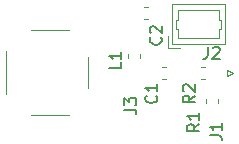
<source format=gto>
G04 #@! TF.GenerationSoftware,KiCad,Pcbnew,5.1.6+dfsg1-1~bpo9+1*
G04 #@! TF.CreationDate,2022-04-04T20:18:43+02:00*
G04 #@! TF.ProjectId,sdrtrx-bias-t,73647274-7278-42d6-9269-61732d742e6b,rev?*
G04 #@! TF.SameCoordinates,Original*
G04 #@! TF.FileFunction,Legend,Top*
G04 #@! TF.FilePolarity,Positive*
%FSLAX46Y46*%
G04 Gerber Fmt 4.6, Leading zero omitted, Abs format (unit mm)*
G04 Created by KiCad (PCBNEW 5.1.6+dfsg1-1~bpo9+1) date 2022-04-04 20:18:43*
%MOMM*%
%LPD*%
G01*
G04 APERTURE LIST*
%ADD10C,0.120000*%
%ADD11C,0.150000*%
%ADD12C,3.600000*%
%ADD13C,2.350000*%
%ADD14O,0.900000X1.400000*%
%ADD15R,5.180000X2.520000*%
%ADD16R,5.180000X2.390000*%
G04 APERTURE END LIST*
D10*
X94706221Y-63883000D02*
X95031779Y-63883000D01*
X94706221Y-62863000D02*
X95031779Y-62863000D01*
X99532221Y-67943000D02*
X99857779Y-67943000D01*
X99532221Y-68963000D02*
X99857779Y-68963000D01*
X100967000Y-70703221D02*
X100967000Y-71028779D01*
X99947000Y-70703221D02*
X99947000Y-71028779D01*
X93343000Y-67193279D02*
X93343000Y-66867721D01*
X94363000Y-67193279D02*
X94363000Y-66867721D01*
X83061000Y-70253000D02*
X83061000Y-66653000D01*
X89941000Y-69753000D02*
X89941000Y-67153000D01*
X85141000Y-64853000D02*
X88341000Y-64853000D01*
X85141000Y-72053000D02*
X88341000Y-72053000D01*
X97069000Y-62610000D02*
X97069000Y-66030000D01*
X97069000Y-66030000D02*
X101539000Y-66030000D01*
X101539000Y-66030000D02*
X101539000Y-62610000D01*
X101539000Y-62610000D02*
X97069000Y-62610000D01*
X99304000Y-65520000D02*
X97579000Y-65520000D01*
X97579000Y-65520000D02*
X97579000Y-64770000D01*
X97579000Y-64770000D02*
X97379000Y-64770000D01*
X97379000Y-64770000D02*
X97379000Y-63970000D01*
X97379000Y-63970000D02*
X97579000Y-63970000D01*
X97579000Y-63970000D02*
X97579000Y-63120000D01*
X97579000Y-63120000D02*
X99304000Y-63120000D01*
X99304000Y-65520000D02*
X101029000Y-65520000D01*
X101029000Y-65520000D02*
X101029000Y-64770000D01*
X101029000Y-64770000D02*
X101229000Y-64770000D01*
X101229000Y-64770000D02*
X101229000Y-63970000D01*
X101229000Y-63970000D02*
X101029000Y-63970000D01*
X101029000Y-63970000D02*
X101029000Y-63120000D01*
X101029000Y-63120000D02*
X99304000Y-63120000D01*
X96779000Y-66320000D02*
X96779000Y-65320000D01*
X96779000Y-66320000D02*
X97779000Y-66320000D01*
X101767000Y-68203000D02*
X102267000Y-68453000D01*
X101767000Y-68703000D02*
X101767000Y-68203000D01*
X102267000Y-68453000D02*
X101767000Y-68703000D01*
X96230221Y-67943000D02*
X96555779Y-67943000D01*
X96230221Y-68963000D02*
X96555779Y-68963000D01*
D11*
X96115142Y-65444666D02*
X96162761Y-65492285D01*
X96210380Y-65635142D01*
X96210380Y-65730380D01*
X96162761Y-65873238D01*
X96067523Y-65968476D01*
X95972285Y-66016095D01*
X95781809Y-66063714D01*
X95638952Y-66063714D01*
X95448476Y-66016095D01*
X95353238Y-65968476D01*
X95258000Y-65873238D01*
X95210380Y-65730380D01*
X95210380Y-65635142D01*
X95258000Y-65492285D01*
X95305619Y-65444666D01*
X95305619Y-65063714D02*
X95258000Y-65016095D01*
X95210380Y-64920857D01*
X95210380Y-64682761D01*
X95258000Y-64587523D01*
X95305619Y-64539904D01*
X95400857Y-64492285D01*
X95496095Y-64492285D01*
X95638952Y-64539904D01*
X96210380Y-65111333D01*
X96210380Y-64492285D01*
X99004380Y-70397666D02*
X98528190Y-70731000D01*
X99004380Y-70969095D02*
X98004380Y-70969095D01*
X98004380Y-70588142D01*
X98052000Y-70492904D01*
X98099619Y-70445285D01*
X98194857Y-70397666D01*
X98337714Y-70397666D01*
X98432952Y-70445285D01*
X98480571Y-70492904D01*
X98528190Y-70588142D01*
X98528190Y-70969095D01*
X98099619Y-70016714D02*
X98052000Y-69969095D01*
X98004380Y-69873857D01*
X98004380Y-69635761D01*
X98052000Y-69540523D01*
X98099619Y-69492904D01*
X98194857Y-69445285D01*
X98290095Y-69445285D01*
X98432952Y-69492904D01*
X99004380Y-70064333D01*
X99004380Y-69445285D01*
X99385380Y-72810666D02*
X98909190Y-73144000D01*
X99385380Y-73382095D02*
X98385380Y-73382095D01*
X98385380Y-73001142D01*
X98433000Y-72905904D01*
X98480619Y-72858285D01*
X98575857Y-72810666D01*
X98718714Y-72810666D01*
X98813952Y-72858285D01*
X98861571Y-72905904D01*
X98909190Y-73001142D01*
X98909190Y-73382095D01*
X99385380Y-71858285D02*
X99385380Y-72429714D01*
X99385380Y-72144000D02*
X98385380Y-72144000D01*
X98528238Y-72239238D01*
X98623476Y-72334476D01*
X98671095Y-72429714D01*
X92781380Y-67578166D02*
X92781380Y-68054357D01*
X91781380Y-68054357D01*
X92781380Y-66721023D02*
X92781380Y-67292452D01*
X92781380Y-67006738D02*
X91781380Y-67006738D01*
X91924238Y-67101976D01*
X92019476Y-67197214D01*
X92067095Y-67292452D01*
X93051380Y-71580333D02*
X93765666Y-71580333D01*
X93908523Y-71627952D01*
X94003761Y-71723190D01*
X94051380Y-71866047D01*
X94051380Y-71961285D01*
X93051380Y-71199380D02*
X93051380Y-70580333D01*
X93432333Y-70913666D01*
X93432333Y-70770809D01*
X93479952Y-70675571D01*
X93527571Y-70627952D01*
X93622809Y-70580333D01*
X93860904Y-70580333D01*
X93956142Y-70627952D01*
X94003761Y-70675571D01*
X94051380Y-70770809D01*
X94051380Y-71056523D01*
X94003761Y-71151761D01*
X93956142Y-71199380D01*
X100123666Y-66254380D02*
X100123666Y-66968666D01*
X100076047Y-67111523D01*
X99980809Y-67206761D01*
X99837952Y-67254380D01*
X99742714Y-67254380D01*
X100552238Y-66349619D02*
X100599857Y-66302000D01*
X100695095Y-66254380D01*
X100933190Y-66254380D01*
X101028428Y-66302000D01*
X101076047Y-66349619D01*
X101123666Y-66444857D01*
X101123666Y-66540095D01*
X101076047Y-66682952D01*
X100504619Y-67254380D01*
X101123666Y-67254380D01*
X100290380Y-73739333D02*
X101004666Y-73739333D01*
X101147523Y-73786952D01*
X101242761Y-73882190D01*
X101290380Y-74025047D01*
X101290380Y-74120285D01*
X101290380Y-72739333D02*
X101290380Y-73310761D01*
X101290380Y-73025047D02*
X100290380Y-73025047D01*
X100433238Y-73120285D01*
X100528476Y-73215523D01*
X100576095Y-73310761D01*
X95734142Y-70397666D02*
X95781761Y-70445285D01*
X95829380Y-70588142D01*
X95829380Y-70683380D01*
X95781761Y-70826238D01*
X95686523Y-70921476D01*
X95591285Y-70969095D01*
X95400809Y-71016714D01*
X95257952Y-71016714D01*
X95067476Y-70969095D01*
X94972238Y-70921476D01*
X94877000Y-70826238D01*
X94829380Y-70683380D01*
X94829380Y-70588142D01*
X94877000Y-70445285D01*
X94924619Y-70397666D01*
X95829380Y-69445285D02*
X95829380Y-70016714D01*
X95829380Y-69731000D02*
X94829380Y-69731000D01*
X94972238Y-69826238D01*
X95067476Y-69921476D01*
X95115095Y-70016714D01*
%LPC*%
G36*
G01*
X95169000Y-63654250D02*
X95169000Y-63091750D01*
G75*
G02*
X95412750Y-62848000I243750J0D01*
G01*
X95900250Y-62848000D01*
G75*
G02*
X96144000Y-63091750I0J-243750D01*
G01*
X96144000Y-63654250D01*
G75*
G02*
X95900250Y-63898000I-243750J0D01*
G01*
X95412750Y-63898000D01*
G75*
G02*
X95169000Y-63654250I0J243750D01*
G01*
G37*
G36*
G01*
X93594000Y-63654250D02*
X93594000Y-63091750D01*
G75*
G02*
X93837750Y-62848000I243750J0D01*
G01*
X94325250Y-62848000D01*
G75*
G02*
X94569000Y-63091750I0J-243750D01*
G01*
X94569000Y-63654250D01*
G75*
G02*
X94325250Y-63898000I-243750J0D01*
G01*
X93837750Y-63898000D01*
G75*
G02*
X93594000Y-63654250I0J243750D01*
G01*
G37*
G36*
G01*
X99995000Y-68734250D02*
X99995000Y-68171750D01*
G75*
G02*
X100238750Y-67928000I243750J0D01*
G01*
X100726250Y-67928000D01*
G75*
G02*
X100970000Y-68171750I0J-243750D01*
G01*
X100970000Y-68734250D01*
G75*
G02*
X100726250Y-68978000I-243750J0D01*
G01*
X100238750Y-68978000D01*
G75*
G02*
X99995000Y-68734250I0J243750D01*
G01*
G37*
G36*
G01*
X98420000Y-68734250D02*
X98420000Y-68171750D01*
G75*
G02*
X98663750Y-67928000I243750J0D01*
G01*
X99151250Y-67928000D01*
G75*
G02*
X99395000Y-68171750I0J-243750D01*
G01*
X99395000Y-68734250D01*
G75*
G02*
X99151250Y-68978000I-243750J0D01*
G01*
X98663750Y-68978000D01*
G75*
G02*
X98420000Y-68734250I0J243750D01*
G01*
G37*
G36*
G01*
X100175750Y-71166000D02*
X100738250Y-71166000D01*
G75*
G02*
X100982000Y-71409750I0J-243750D01*
G01*
X100982000Y-71897250D01*
G75*
G02*
X100738250Y-72141000I-243750J0D01*
G01*
X100175750Y-72141000D01*
G75*
G02*
X99932000Y-71897250I0J243750D01*
G01*
X99932000Y-71409750D01*
G75*
G02*
X100175750Y-71166000I243750J0D01*
G01*
G37*
G36*
G01*
X100175750Y-69591000D02*
X100738250Y-69591000D01*
G75*
G02*
X100982000Y-69834750I0J-243750D01*
G01*
X100982000Y-70322250D01*
G75*
G02*
X100738250Y-70566000I-243750J0D01*
G01*
X100175750Y-70566000D01*
G75*
G02*
X99932000Y-70322250I0J243750D01*
G01*
X99932000Y-69834750D01*
G75*
G02*
X100175750Y-69591000I243750J0D01*
G01*
G37*
G36*
G01*
X94134250Y-66730500D02*
X93571750Y-66730500D01*
G75*
G02*
X93328000Y-66486750I0J243750D01*
G01*
X93328000Y-65999250D01*
G75*
G02*
X93571750Y-65755500I243750J0D01*
G01*
X94134250Y-65755500D01*
G75*
G02*
X94378000Y-65999250I0J-243750D01*
G01*
X94378000Y-66486750D01*
G75*
G02*
X94134250Y-66730500I-243750J0D01*
G01*
G37*
G36*
G01*
X94134250Y-68305500D02*
X93571750Y-68305500D01*
G75*
G02*
X93328000Y-68061750I0J243750D01*
G01*
X93328000Y-67574250D01*
G75*
G02*
X93571750Y-67330500I243750J0D01*
G01*
X94134250Y-67330500D01*
G75*
G02*
X94378000Y-67574250I0J-243750D01*
G01*
X94378000Y-68061750D01*
G75*
G02*
X94134250Y-68305500I-243750J0D01*
G01*
G37*
D12*
X91041000Y-72753000D03*
X82441000Y-72753000D03*
X82441000Y-64153000D03*
X91041000Y-64153000D03*
D13*
X86741000Y-68453000D03*
D14*
X99929000Y-64770000D03*
G36*
G01*
X98229000Y-65245000D02*
X98229000Y-64295000D01*
G75*
G02*
X98454000Y-64070000I225000J0D01*
G01*
X98904000Y-64070000D01*
G75*
G02*
X99129000Y-64295000I0J-225000D01*
G01*
X99129000Y-65245000D01*
G75*
G02*
X98904000Y-65470000I-225000J0D01*
G01*
X98454000Y-65470000D01*
G75*
G02*
X98229000Y-65245000I0J225000D01*
G01*
G37*
D15*
X105987000Y-64073000D03*
X105987000Y-72833000D03*
D16*
X105987000Y-68453000D03*
G36*
G01*
X96693000Y-68734250D02*
X96693000Y-68171750D01*
G75*
G02*
X96936750Y-67928000I243750J0D01*
G01*
X97424250Y-67928000D01*
G75*
G02*
X97668000Y-68171750I0J-243750D01*
G01*
X97668000Y-68734250D01*
G75*
G02*
X97424250Y-68978000I-243750J0D01*
G01*
X96936750Y-68978000D01*
G75*
G02*
X96693000Y-68734250I0J243750D01*
G01*
G37*
G36*
G01*
X95118000Y-68734250D02*
X95118000Y-68171750D01*
G75*
G02*
X95361750Y-67928000I243750J0D01*
G01*
X95849250Y-67928000D01*
G75*
G02*
X96093000Y-68171750I0J-243750D01*
G01*
X96093000Y-68734250D01*
G75*
G02*
X95849250Y-68978000I-243750J0D01*
G01*
X95361750Y-68978000D01*
G75*
G02*
X95118000Y-68734250I0J243750D01*
G01*
G37*
M02*

</source>
